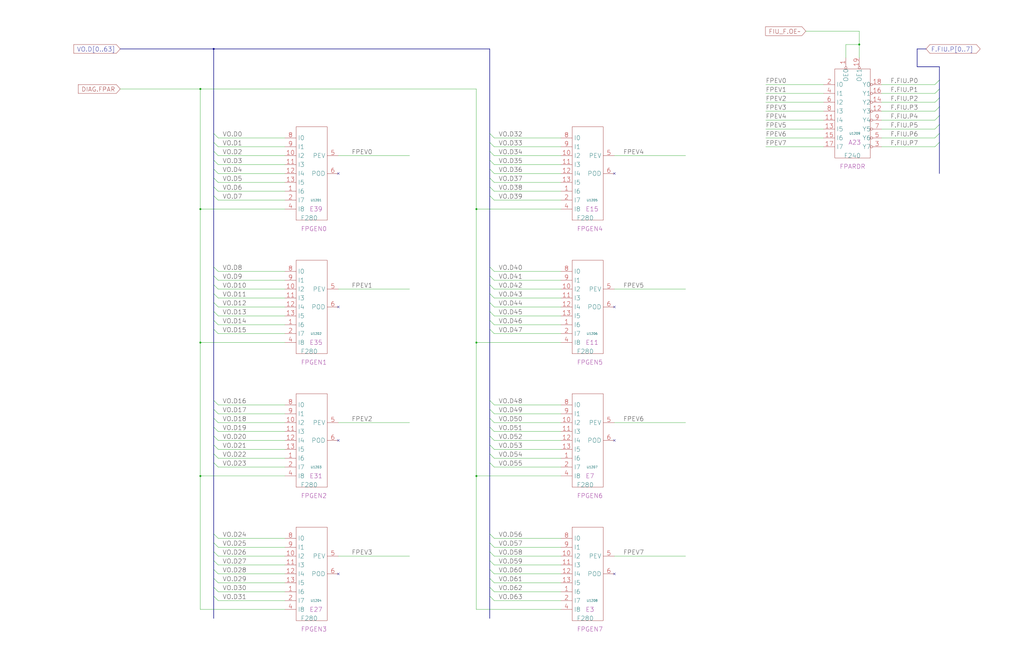
<source format=kicad_sch>
(kicad_sch (version 20250114) (generator "eeschema") (generator_version "9.0")
  (paper "User" 584.2 378.46)
  (title_block (title "FIU BUS PARITY GENERATOR") (date "20-MAR-90") (rev "1.0") (comment 1 "FIU") (comment 2 "232-003065") (comment 3 "S400") (comment 4 "RELEASED"))
  (lib_symbols
    (symbol "r1000:F240" (pin_names (offset 1.016))
      (property "Reference" "U" (at 2.54 5.08 0))
      (property "Value" "F240" (at -3.81 -7.62 0))
      (property "Location" "___" (at -1.27 0 0))
      (property "Name" "______" (at 1.27 -15.24 0))
      (symbol "F240_1_1"
        (rectangle (start -8.89 41.91) (end 11.43 -8.89))
        (circle (center -2.54 42.545) (radius 0.635))
        (circle (center 5.08 42.545) (radius 0.635))
        (circle (center 12.065 33.02) (radius 0.635))
        (circle (center 12.065 27.94) (radius 0.635))
        (circle (center 12.065 22.86) (radius 0.635))
        (circle (center 12.065 17.78) (radius 0.635))
        (circle (center 12.065 12.7) (radius 0.635))
        (circle (center 12.065 7.62) (radius 0.635))
        (circle (center 12.065 2.54) (radius 0.635))
        (circle (center 12.065 -2.54) (radius 0.635))
        (pin input line (at -15.24 33.02 0) (length 6.35) (name "I0") (number "2"))
        (pin input line (at -15.24 27.94 0) (length 6.35) (name "I1") (number "4"))
        (pin input line (at -15.24 22.86 0) (length 6.35) (name "I2") (number "6"))
        (pin input line (at -15.24 17.78 0) (length 6.35) (name "I3") (number "8"))
        (pin input line (at -15.24 12.7 0) (length 6.35) (name "I4") (number "11"))
        (pin input line (at -15.24 7.62 0) (length 6.35) (name "I5") (number "13"))
        (pin input line (at -15.24 2.54 0) (length 6.35) (name "I6") (number "15"))
        (pin input line (at -15.24 -2.54 0) (length 6.35) (name "I7") (number "17"))
        (pin input line (at -2.54 48.26 270) (length 5.08) (name "OE0") (number "1"))
        (pin input line (at 5.08 48.26 270) (length 5.08) (name "OE1") (number "19"))
        (pin tri_state line (at 17.78 33.02 180) (length 5.08) (name "Y0") (number "18"))
        (pin tri_state line (at 17.78 27.94 180) (length 5.08) (name "Y1") (number "16"))
        (pin tri_state line (at 17.78 22.86 180) (length 5.08) (name "Y2") (number "14"))
        (pin tri_state line (at 17.78 17.78 180) (length 5.08) (name "Y3") (number "12"))
        (pin tri_state line (at 17.78 12.7 180) (length 5.08) (name "Y4") (number "9"))
        (pin tri_state line (at 17.78 7.62 180) (length 5.08) (name "Y5") (number "7"))
        (pin tri_state line (at 17.78 2.54 180) (length 5.08) (name "Y6") (number "5"))
        (pin tri_state line (at 17.78 -2.54 180) (length 5.08) (name "Y7") (number "3"))
      )
    )
    (symbol "r1000:F280" (pin_names (offset 1.016))
      (property "Reference" "U" (at 2.54 5.08 0))
      (property "Value" "F280" (at -6.35 -5.08 0))
      (property "Location" "___" (at -1.27 0 0))
      (property "Name" "______" (at 1.27 -12.7 0))
      (symbol "F280_1_1"
        (rectangle (start -8.89 46.99) (end 8.89 -6.35))
        (pin input line (at -15.24 40.64 0) (length 6.35) (name "I0") (number "8"))
        (pin input line (at -15.24 35.56 0) (length 6.35) (name "I1") (number "9"))
        (pin input line (at -15.24 30.48 0) (length 6.35) (name "I2") (number "10"))
        (pin input line (at -15.24 25.4 0) (length 6.35) (name "I3") (number "11"))
        (pin input line (at -15.24 20.32 0) (length 6.35) (name "I4") (number "12"))
        (pin input line (at -15.24 15.24 0) (length 6.35) (name "I5") (number "13"))
        (pin input line (at -15.24 10.16 0) (length 6.35) (name "I6") (number "1"))
        (pin input line (at -15.24 5.08 0) (length 6.35) (name "I7") (number "2"))
        (pin input line (at -15.24 0 0) (length 6.35) (name "I8") (number "4"))
        (pin output line (at 15.24 30.48 180) (length 6.35) (name "PEV") (number "5"))
        (pin output line (at 15.24 20.32 180) (length 6.35) (name "POD") (number "6"))
      )
    )
  )
  (junction (at 271.78 271.78))
  (junction (at 114.3 195.58))
  (junction (at 271.78 119.38))
  (junction (at 114.3 119.38))
  (junction (at 271.78 195.58))
  (junction (at 490.22 25.4))
  (junction (at 114.3 271.78))
  (junction (at 114.3 50.8))
  (junction (at 121.92 27.94))
  (no_connect (at 193.04 99.06))
  (no_connect (at 193.04 327.66))
  (no_connect (at 193.04 251.46))
  (no_connect (at 350.52 327.66))
  (no_connect (at 350.52 251.46))
  (no_connect (at 193.04 175.26))
  (no_connect (at 350.52 99.06))
  (no_connect (at 350.52 175.26))
  (bus_entry (at 535.94 45.72) (size -2.54 2.54))
  (bus_entry (at 279.4 325.12) (size 2.54 2.54))
  (bus_entry (at 279.4 228.6) (size 2.54 2.54))
  (bus_entry (at 279.4 243.84) (size 2.54 2.54))
  (bus_entry (at 121.92 96.52) (size 2.54 2.54))
  (bus_entry (at 121.92 304.8) (size 2.54 2.54))
  (bus_entry (at 279.4 91.44) (size 2.54 2.54))
  (bus_entry (at 121.92 177.8) (size 2.54 2.54))
  (bus_entry (at 121.92 101.6) (size 2.54 2.54))
  (bus_entry (at 279.4 264.16) (size 2.54 2.54))
  (bus_entry (at 279.4 81.28) (size 2.54 2.54))
  (bus_entry (at 535.94 55.88) (size -2.54 2.54))
  (bus_entry (at 535.94 50.8) (size -2.54 2.54))
  (bus_entry (at 121.92 81.28) (size 2.54 2.54))
  (bus_entry (at 121.92 91.44) (size 2.54 2.54))
  (bus_entry (at 121.92 233.68) (size 2.54 2.54))
  (bus_entry (at 121.92 157.48) (size 2.54 2.54))
  (bus_entry (at 279.4 182.88) (size 2.54 2.54))
  (bus_entry (at 535.94 66.04) (size -2.54 2.54))
  (bus_entry (at 121.92 182.88) (size 2.54 2.54))
  (bus_entry (at 121.92 172.72) (size 2.54 2.54))
  (bus_entry (at 279.4 320.04) (size 2.54 2.54))
  (bus_entry (at 279.4 254) (size 2.54 2.54))
  (bus_entry (at 279.4 162.56) (size 2.54 2.54))
  (bus_entry (at 279.4 106.68) (size 2.54 2.54))
  (bus_entry (at 279.4 259.08) (size 2.54 2.54))
  (bus_entry (at 121.92 106.68) (size 2.54 2.54))
  (bus_entry (at 121.92 76.2) (size 2.54 2.54))
  (bus_entry (at 121.92 228.6) (size 2.54 2.54))
  (bus_entry (at 535.94 76.2) (size -2.54 2.54))
  (bus_entry (at 121.92 309.88) (size 2.54 2.54))
  (bus_entry (at 279.4 314.96) (size 2.54 2.54))
  (bus_entry (at 279.4 76.2) (size 2.54 2.54))
  (bus_entry (at 121.92 340.36) (size 2.54 2.54))
  (bus_entry (at 121.92 330.2) (size 2.54 2.54))
  (bus_entry (at 535.94 81.28) (size -2.54 2.54))
  (bus_entry (at 121.92 162.56) (size 2.54 2.54))
  (bus_entry (at 121.92 187.96) (size 2.54 2.54))
  (bus_entry (at 121.92 86.36) (size 2.54 2.54))
  (bus_entry (at 279.4 152.4) (size 2.54 2.54))
  (bus_entry (at 279.4 233.68) (size 2.54 2.54))
  (bus_entry (at 121.92 335.28) (size 2.54 2.54))
  (bus_entry (at 279.4 248.92) (size 2.54 2.54))
  (bus_entry (at 279.4 86.36) (size 2.54 2.54))
  (bus_entry (at 279.4 111.76) (size 2.54 2.54))
  (bus_entry (at 121.92 243.84) (size 2.54 2.54))
  (bus_entry (at 121.92 259.08) (size 2.54 2.54))
  (bus_entry (at 279.4 238.76) (size 2.54 2.54))
  (bus_entry (at 121.92 314.96) (size 2.54 2.54))
  (bus_entry (at 279.4 177.8) (size 2.54 2.54))
  (bus_entry (at 279.4 157.48) (size 2.54 2.54))
  (bus_entry (at 121.92 248.92) (size 2.54 2.54))
  (bus_entry (at 121.92 167.64) (size 2.54 2.54))
  (bus_entry (at 279.4 330.2) (size 2.54 2.54))
  (bus_entry (at 121.92 238.76) (size 2.54 2.54))
  (bus_entry (at 121.92 264.16) (size 2.54 2.54))
  (bus_entry (at 535.94 60.96) (size -2.54 2.54))
  (bus_entry (at 279.4 335.28) (size 2.54 2.54))
  (bus_entry (at 121.92 320.04) (size 2.54 2.54))
  (bus_entry (at 279.4 304.8) (size 2.54 2.54))
  (bus_entry (at 279.4 101.6) (size 2.54 2.54))
  (bus_entry (at 279.4 340.36) (size 2.54 2.54))
  (bus_entry (at 121.92 152.4) (size 2.54 2.54))
  (bus_entry (at 279.4 187.96) (size 2.54 2.54))
  (bus_entry (at 121.92 111.76) (size 2.54 2.54))
  (bus_entry (at 121.92 254) (size 2.54 2.54))
  (bus_entry (at 279.4 96.52) (size 2.54 2.54))
  (bus_entry (at 279.4 172.72) (size 2.54 2.54))
  (bus_entry (at 279.4 309.88) (size 2.54 2.54))
  (bus_entry (at 121.92 325.12) (size 2.54 2.54))
  (bus_entry (at 535.94 71.12) (size -2.54 2.54))
  (bus_entry (at 279.4 167.64) (size 2.54 2.54))
  (wire (pts (xy 281.94 185.42) (xy 320.04 185.42)))
  (bus (pts (xy 121.92 254) (xy 121.92 259.08)))
  (wire (pts (xy 281.94 312.42) (xy 320.04 312.42)))
  (wire (pts (xy 281.94 180.34) (xy 320.04 180.34)))
  (bus (pts (xy 121.92 101.6) (xy 121.92 106.68)))
  (bus (pts (xy 279.4 167.64) (xy 279.4 172.72)))
  (wire (pts (xy 281.94 342.9) (xy 320.04 342.9)))
  (bus (pts (xy 535.94 66.04) (xy 535.94 71.12)))
  (bus (pts (xy 279.4 172.72) (xy 279.4 177.8)))
  (wire (pts (xy 124.46 322.58) (xy 162.56 322.58)))
  (wire (pts (xy 436.88 68.58) (xy 469.9 68.58)))
  (wire (pts (xy 124.46 170.18) (xy 162.56 170.18)))
  (bus (pts (xy 535.94 81.28) (xy 535.94 99.06)))
  (wire (pts (xy 114.3 119.38) (xy 114.3 195.58)))
  (bus (pts (xy 279.4 27.94) (xy 121.92 27.94)))
  (bus (pts (xy 121.92 172.72) (xy 121.92 177.8)))
  (wire (pts (xy 271.78 195.58) (xy 320.04 195.58)))
  (bus (pts (xy 279.4 264.16) (xy 279.4 304.8)))
  (wire (pts (xy 124.46 78.74) (xy 162.56 78.74)))
  (wire (pts (xy 271.78 195.58) (xy 271.78 271.78)))
  (wire (pts (xy 281.94 261.62) (xy 320.04 261.62)))
  (wire (pts (xy 124.46 261.62) (xy 162.56 261.62)))
  (wire (pts (xy 350.52 317.5) (xy 391.16 317.5)))
  (bus (pts (xy 523.24 38.1) (xy 523.24 27.94)))
  (wire (pts (xy 436.88 83.82) (xy 469.9 83.82)))
  (wire (pts (xy 281.94 175.26) (xy 320.04 175.26)))
  (bus (pts (xy 121.92 248.92) (xy 121.92 254)))
  (wire (pts (xy 490.22 33.02) (xy 490.22 25.4)))
  (wire (pts (xy 281.94 251.46) (xy 320.04 251.46)))
  (wire (pts (xy 490.22 17.78) (xy 459.74 17.78)))
  (wire (pts (xy 482.6 25.4) (xy 490.22 25.4)))
  (wire (pts (xy 193.04 241.3) (xy 233.68 241.3)))
  (wire (pts (xy 281.94 241.3) (xy 320.04 241.3)))
  (bus (pts (xy 523.24 27.94) (xy 528.32 27.94)))
  (bus (pts (xy 121.92 27.94) (xy 121.92 76.2)))
  (wire (pts (xy 281.94 154.94) (xy 320.04 154.94)))
  (wire (pts (xy 502.92 58.42) (xy 533.4 58.42)))
  (bus (pts (xy 535.94 60.96) (xy 535.94 66.04)))
  (bus (pts (xy 279.4 335.28) (xy 279.4 340.36)))
  (wire (pts (xy 124.46 327.66) (xy 162.56 327.66)))
  (bus (pts (xy 121.92 304.8) (xy 121.92 309.88)))
  (wire (pts (xy 124.46 246.38) (xy 162.56 246.38)))
  (bus (pts (xy 279.4 106.68) (xy 279.4 111.76)))
  (bus (pts (xy 279.4 101.6) (xy 279.4 106.68)))
  (wire (pts (xy 124.46 332.74) (xy 162.56 332.74)))
  (bus (pts (xy 121.92 162.56) (xy 121.92 167.64)))
  (wire (pts (xy 124.46 342.9) (xy 162.56 342.9)))
  (wire (pts (xy 124.46 160.02) (xy 162.56 160.02)))
  (wire (pts (xy 281.94 307.34) (xy 320.04 307.34)))
  (wire (pts (xy 114.3 271.78) (xy 114.3 347.98)))
  (wire (pts (xy 436.88 63.5) (xy 469.9 63.5)))
  (wire (pts (xy 436.88 48.26) (xy 469.9 48.26)))
  (bus (pts (xy 279.4 340.36) (xy 279.4 353.06)))
  (wire (pts (xy 436.88 53.34) (xy 469.9 53.34)))
  (bus (pts (xy 121.92 259.08) (xy 121.92 264.16)))
  (wire (pts (xy 114.3 347.98) (xy 162.56 347.98)))
  (bus (pts (xy 121.92 233.68) (xy 121.92 238.76)))
  (bus (pts (xy 279.4 76.2) (xy 279.4 81.28)))
  (bus (pts (xy 279.4 243.84) (xy 279.4 248.92)))
  (wire (pts (xy 281.94 104.14) (xy 320.04 104.14)))
  (bus (pts (xy 535.94 50.8) (xy 535.94 55.88)))
  (bus (pts (xy 121.92 86.36) (xy 121.92 91.44)))
  (wire (pts (xy 193.04 165.1) (xy 233.68 165.1)))
  (bus (pts (xy 535.94 38.1) (xy 523.24 38.1)))
  (bus (pts (xy 535.94 45.72) (xy 535.94 50.8)))
  (wire (pts (xy 502.92 73.66) (xy 533.4 73.66)))
  (bus (pts (xy 279.4 304.8) (xy 279.4 309.88)))
  (wire (pts (xy 124.46 165.1) (xy 162.56 165.1)))
  (wire (pts (xy 281.94 231.14) (xy 320.04 231.14)))
  (wire (pts (xy 502.92 53.34) (xy 533.4 53.34)))
  (wire (pts (xy 281.94 88.9) (xy 320.04 88.9)))
  (wire (pts (xy 114.3 271.78) (xy 162.56 271.78)))
  (bus (pts (xy 279.4 254) (xy 279.4 259.08)))
  (wire (pts (xy 281.94 170.18) (xy 320.04 170.18)))
  (wire (pts (xy 350.52 241.3) (xy 391.16 241.3)))
  (wire (pts (xy 114.3 50.8) (xy 114.3 119.38)))
  (wire (pts (xy 436.88 78.74) (xy 469.9 78.74)))
  (wire (pts (xy 124.46 104.14) (xy 162.56 104.14)))
  (wire (pts (xy 271.78 347.98) (xy 320.04 347.98)))
  (wire (pts (xy 281.94 83.82) (xy 320.04 83.82)))
  (bus (pts (xy 279.4 330.2) (xy 279.4 335.28)))
  (wire (pts (xy 502.92 83.82) (xy 533.4 83.82)))
  (wire (pts (xy 193.04 88.9) (xy 233.68 88.9)))
  (wire (pts (xy 482.6 33.02) (xy 482.6 25.4)))
  (wire (pts (xy 281.94 190.5) (xy 320.04 190.5)))
  (bus (pts (xy 121.92 238.76) (xy 121.92 243.84)))
  (wire (pts (xy 281.94 332.74) (xy 320.04 332.74)))
  (bus (pts (xy 279.4 182.88) (xy 279.4 187.96)))
  (wire (pts (xy 350.52 88.9) (xy 391.16 88.9)))
  (bus (pts (xy 121.92 182.88) (xy 121.92 187.96)))
  (wire (pts (xy 124.46 312.42) (xy 162.56 312.42)))
  (bus (pts (xy 121.92 106.68) (xy 121.92 111.76)))
  (wire (pts (xy 281.94 246.38) (xy 320.04 246.38)))
  (bus (pts (xy 279.4 233.68) (xy 279.4 238.76)))
  (wire (pts (xy 124.46 185.42) (xy 162.56 185.42)))
  (bus (pts (xy 279.4 91.44) (xy 279.4 96.52)))
  (wire (pts (xy 124.46 256.54) (xy 162.56 256.54)))
  (wire (pts (xy 281.94 236.22) (xy 320.04 236.22)))
  (bus (pts (xy 279.4 228.6) (xy 279.4 233.68)))
  (wire (pts (xy 124.46 175.26) (xy 162.56 175.26)))
  (bus (pts (xy 121.92 76.2) (xy 121.92 81.28)))
  (bus (pts (xy 121.92 325.12) (xy 121.92 330.2)))
  (bus (pts (xy 279.4 187.96) (xy 279.4 228.6)))
  (bus (pts (xy 121.92 264.16) (xy 121.92 304.8)))
  (bus (pts (xy 279.4 86.36) (xy 279.4 91.44)))
  (wire (pts (xy 124.46 88.9) (xy 162.56 88.9)))
  (bus (pts (xy 535.94 38.1) (xy 535.94 45.72)))
  (wire (pts (xy 124.46 231.14) (xy 162.56 231.14)))
  (wire (pts (xy 281.94 256.54) (xy 320.04 256.54)))
  (bus (pts (xy 279.4 157.48) (xy 279.4 162.56)))
  (wire (pts (xy 124.46 337.82) (xy 162.56 337.82)))
  (wire (pts (xy 124.46 251.46) (xy 162.56 251.46)))
  (wire (pts (xy 124.46 241.3) (xy 162.56 241.3)))
  (wire (pts (xy 124.46 266.7) (xy 162.56 266.7)))
  (bus (pts (xy 121.92 335.28) (xy 121.92 340.36)))
  (wire (pts (xy 68.58 50.8) (xy 114.3 50.8)))
  (bus (pts (xy 279.4 238.76) (xy 279.4 243.84)))
  (wire (pts (xy 271.78 119.38) (xy 271.78 195.58)))
  (bus (pts (xy 121.92 330.2) (xy 121.92 335.28)))
  (bus (pts (xy 121.92 314.96) (xy 121.92 320.04)))
  (bus (pts (xy 121.92 152.4) (xy 121.92 157.48)))
  (bus (pts (xy 279.4 314.96) (xy 279.4 320.04)))
  (wire (pts (xy 436.88 73.66) (xy 469.9 73.66)))
  (wire (pts (xy 436.88 58.42) (xy 469.9 58.42)))
  (bus (pts (xy 279.4 325.12) (xy 279.4 330.2)))
  (bus (pts (xy 121.92 340.36) (xy 121.92 353.06)))
  (wire (pts (xy 193.04 317.5) (xy 233.68 317.5)))
  (bus (pts (xy 535.94 71.12) (xy 535.94 76.2)))
  (wire (pts (xy 281.94 327.66) (xy 320.04 327.66)))
  (wire (pts (xy 281.94 165.1) (xy 320.04 165.1)))
  (bus (pts (xy 279.4 177.8) (xy 279.4 182.88)))
  (wire (pts (xy 124.46 114.3) (xy 162.56 114.3)))
  (wire (pts (xy 502.92 63.5) (xy 533.4 63.5)))
  (wire (pts (xy 271.78 50.8) (xy 271.78 119.38)))
  (bus (pts (xy 279.4 27.94) (xy 279.4 76.2)))
  (bus (pts (xy 279.4 162.56) (xy 279.4 167.64)))
  (bus (pts (xy 121.92 157.48) (xy 121.92 162.56)))
  (bus (pts (xy 279.4 309.88) (xy 279.4 314.96)))
  (bus (pts (xy 121.92 243.84) (xy 121.92 248.92)))
  (bus (pts (xy 279.4 248.92) (xy 279.4 254)))
  (bus (pts (xy 279.4 152.4) (xy 279.4 157.48)))
  (bus (pts (xy 279.4 81.28) (xy 279.4 86.36)))
  (bus (pts (xy 121.92 96.52) (xy 121.92 101.6)))
  (bus (pts (xy 121.92 177.8) (xy 121.92 182.88)))
  (wire (pts (xy 124.46 317.5) (xy 162.56 317.5)))
  (wire (pts (xy 281.94 266.7) (xy 320.04 266.7)))
  (wire (pts (xy 124.46 190.5) (xy 162.56 190.5)))
  (wire (pts (xy 124.46 307.34) (xy 162.56 307.34)))
  (wire (pts (xy 124.46 109.22) (xy 162.56 109.22)))
  (wire (pts (xy 281.94 78.74) (xy 320.04 78.74)))
  (wire (pts (xy 502.92 78.74) (xy 533.4 78.74)))
  (bus (pts (xy 279.4 111.76) (xy 279.4 152.4)))
  (wire (pts (xy 281.94 317.5) (xy 320.04 317.5)))
  (bus (pts (xy 121.92 111.76) (xy 121.92 152.4)))
  (bus (pts (xy 121.92 309.88) (xy 121.92 314.96)))
  (bus (pts (xy 279.4 259.08) (xy 279.4 264.16)))
  (wire (pts (xy 281.94 337.82) (xy 320.04 337.82)))
  (wire (pts (xy 114.3 119.38) (xy 162.56 119.38)))
  (wire (pts (xy 281.94 160.02) (xy 320.04 160.02)))
  (wire (pts (xy 281.94 99.06) (xy 320.04 99.06)))
  (bus (pts (xy 121.92 167.64) (xy 121.92 172.72)))
  (wire (pts (xy 281.94 93.98) (xy 320.04 93.98)))
  (bus (pts (xy 121.92 320.04) (xy 121.92 325.12)))
  (bus (pts (xy 121.92 81.28) (xy 121.92 86.36)))
  (bus (pts (xy 279.4 96.52) (xy 279.4 101.6)))
  (wire (pts (xy 114.3 195.58) (xy 114.3 271.78)))
  (wire (pts (xy 124.46 99.06) (xy 162.56 99.06)))
  (wire (pts (xy 271.78 119.38) (xy 320.04 119.38)))
  (bus (pts (xy 68.58 27.94) (xy 121.92 27.94)))
  (wire (pts (xy 124.46 83.82) (xy 162.56 83.82)))
  (wire (pts (xy 502.92 48.26) (xy 533.4 48.26)))
  (wire (pts (xy 271.78 271.78) (xy 320.04 271.78)))
  (wire (pts (xy 281.94 322.58) (xy 320.04 322.58)))
  (bus (pts (xy 279.4 320.04) (xy 279.4 325.12)))
  (wire (pts (xy 281.94 109.22) (xy 320.04 109.22)))
  (wire (pts (xy 124.46 236.22) (xy 162.56 236.22)))
  (wire (pts (xy 271.78 271.78) (xy 271.78 347.98)))
  (wire (pts (xy 124.46 93.98) (xy 162.56 93.98)))
  (wire (pts (xy 350.52 165.1) (xy 391.16 165.1)))
  (bus (pts (xy 121.92 91.44) (xy 121.92 96.52)))
  (wire (pts (xy 490.22 25.4) (xy 490.22 17.78)))
  (wire (pts (xy 114.3 195.58) (xy 162.56 195.58)))
  (wire (pts (xy 124.46 154.94) (xy 162.56 154.94)))
  (bus (pts (xy 121.92 228.6) (xy 121.92 233.68)))
  (bus (pts (xy 535.94 55.88) (xy 535.94 60.96)))
  (bus (pts (xy 535.94 76.2) (xy 535.94 81.28)))
  (wire (pts (xy 502.92 68.58) (xy 533.4 68.58)))
  (wire (pts (xy 124.46 180.34) (xy 162.56 180.34)))
  (wire (pts (xy 114.3 50.8) (xy 271.78 50.8)))
  (wire (pts (xy 281.94 114.3) (xy 320.04 114.3)))
  (bus (pts (xy 121.92 187.96) (xy 121.92 228.6)))
  (label "VO.D22" (at 127 261.62 0) (effects (font (size 2.54 2.54))))
  (label "VO.D51" (at 284.48 246.38 0) (effects (font (size 2.54 2.54))))
  (label "VO.D58" (at 284.48 317.5 0) (effects (font (size 2.54 2.54))))
  (label "FPEV1" (at 200.66 165.1 0) (effects (font (size 2.54 2.54))))
  (label "FPEV4" (at 355.6 88.9 0) (effects (font (size 2.54 2.54))))
  (label "VO.D18" (at 127 241.3 0) (effects (font (size 2.54 2.54))))
  (label "VO.D13" (at 127 180.34 0) (effects (font (size 2.54 2.54))))
  (label "VO.D48" (at 284.48 231.14 0) (effects (font (size 2.54 2.54))))
  (label "VO.D24" (at 127 307.34 0) (effects (font (size 2.54 2.54))))
  (label "VO.D8" (at 127 154.94 0) (effects (font (size 2.54 2.54))))
  (label "VO.D1" (at 127 83.82 0) (effects (font (size 2.54 2.54))))
  (label "FPEV1" (at 436.88 53.34 0) (effects (font (size 2.54 2.54))))
  (label "VO.D46" (at 284.48 185.42 0) (effects (font (size 2.54 2.54))))
  (label "VO.D50" (at 284.48 241.3 0) (effects (font (size 2.54 2.54))))
  (label "FPEV2" (at 200.66 241.3 0) (effects (font (size 2.54 2.54))))
  (label "VO.D40" (at 284.48 154.94 0) (effects (font (size 2.54 2.54))))
  (label "VO.D6" (at 127 109.22 0) (effects (font (size 2.54 2.54))))
  (label "VO.D34" (at 284.48 88.9 0) (effects (font (size 2.54 2.54))))
  (label "FPEV5" (at 436.88 73.66 0) (effects (font (size 2.54 2.54))))
  (label "VO.D15" (at 127 190.5 0) (effects (font (size 2.54 2.54))))
  (label "VO.D23" (at 127 266.7 0) (effects (font (size 2.54 2.54))))
  (label "VO.D16" (at 127 231.14 0) (effects (font (size 2.54 2.54))))
  (label "VO.D45" (at 284.48 180.34 0) (effects (font (size 2.54 2.54))))
  (label "VO.D2" (at 127 88.9 0) (effects (font (size 2.54 2.54))))
  (label "VO.D37" (at 284.48 104.14 0) (effects (font (size 2.54 2.54))))
  (label "FPEV6" (at 355.6 241.3 0) (effects (font (size 2.54 2.54))))
  (label "FPEV0" (at 436.88 48.26 0) (effects (font (size 2.54 2.54))))
  (label "FPEV7" (at 355.6 317.5 0) (effects (font (size 2.54 2.54))))
  (label "VO.D4" (at 127 99.06 0) (effects (font (size 2.54 2.54))))
  (label "F.FIU.P5" (at 508 73.66 0) (effects (font (size 2.54 2.54))))
  (label "VO.D26" (at 127 317.5 0) (effects (font (size 2.54 2.54))))
  (label "F.FIU.P7" (at 508 83.82 0) (effects (font (size 2.54 2.54))))
  (label "FPEV7" (at 436.88 83.82 0) (effects (font (size 2.54 2.54))))
  (label "VO.D54" (at 284.48 261.62 0) (effects (font (size 2.54 2.54))))
  (label "VO.D30" (at 127 337.82 0) (effects (font (size 2.54 2.54))))
  (label "VO.D55" (at 284.48 266.7 0) (effects (font (size 2.54 2.54))))
  (label "VO.D32" (at 284.48 78.74 0) (effects (font (size 2.54 2.54))))
  (label "VO.D35" (at 284.48 93.98 0) (effects (font (size 2.54 2.54))))
  (label "VO.D47" (at 284.48 190.5 0) (effects (font (size 2.54 2.54))))
  (label "FPEV4" (at 436.88 68.58 0) (effects (font (size 2.54 2.54))))
  (label "VO.D27" (at 127 322.58 0) (effects (font (size 2.54 2.54))))
  (label "VO.D59" (at 284.48 322.58 0) (effects (font (size 2.54 2.54))))
  (label "VO.D7" (at 127 114.3 0) (effects (font (size 2.54 2.54))))
  (label "VO.D10" (at 127 165.1 0) (effects (font (size 2.54 2.54))))
  (label "VO.D38" (at 284.48 109.22 0) (effects (font (size 2.54 2.54))))
  (label "VO.D29" (at 127 332.74 0) (effects (font (size 2.54 2.54))))
  (label "VO.D49" (at 284.48 236.22 0) (effects (font (size 2.54 2.54))))
  (label "VO.D36" (at 284.48 99.06 0) (effects (font (size 2.54 2.54))))
  (label "VO.D52" (at 284.48 251.46 0) (effects (font (size 2.54 2.54))))
  (label "FPEV6" (at 436.88 78.74 0) (effects (font (size 2.54 2.54))))
  (label "VO.D43" (at 284.48 170.18 0) (effects (font (size 2.54 2.54))))
  (label "VO.D39" (at 284.48 114.3 0) (effects (font (size 2.54 2.54))))
  (label "VO.D25" (at 127 312.42 0) (effects (font (size 2.54 2.54))))
  (label "VO.D21" (at 127 256.54 0) (effects (font (size 2.54 2.54))))
  (label "VO.D0" (at 127 78.74 0) (effects (font (size 2.54 2.54))))
  (label "VO.D56" (at 284.48 307.34 0) (effects (font (size 2.54 2.54))))
  (label "VO.D20" (at 127 251.46 0) (effects (font (size 2.54 2.54))))
  (label "VO.D17" (at 127 236.22 0) (effects (font (size 2.54 2.54))))
  (label "VO.D61" (at 284.48 332.74 0) (effects (font (size 2.54 2.54))))
  (label "VO.D44" (at 284.48 175.26 0) (effects (font (size 2.54 2.54))))
  (label "VO.D57" (at 284.48 312.42 0) (effects (font (size 2.54 2.54))))
  (label "FPEV2" (at 436.88 58.42 0) (effects (font (size 2.54 2.54))))
  (label "VO.D63" (at 284.48 342.9 0) (effects (font (size 2.54 2.54))))
  (label "VO.D33" (at 284.48 83.82 0) (effects (font (size 2.54 2.54))))
  (label "FPEV3" (at 436.88 63.5 0) (effects (font (size 2.54 2.54))))
  (label "VO.D9" (at 127 160.02 0) (effects (font (size 2.54 2.54))))
  (label "VO.D11" (at 127 170.18 0) (effects (font (size 2.54 2.54))))
  (label "F.FIU.P1" (at 508 53.34 0) (effects (font (size 2.54 2.54))))
  (label "VO.D5" (at 127 104.14 0) (effects (font (size 2.54 2.54))))
  (label "VO.D28" (at 127 327.66 0) (effects (font (size 2.54 2.54))))
  (label "F.FIU.P3" (at 508 63.5 0) (effects (font (size 2.54 2.54))))
  (label "VO.D12" (at 127 175.26 0) (effects (font (size 2.54 2.54))))
  (label "VO.D53" (at 284.48 256.54 0) (effects (font (size 2.54 2.54))))
  (label "VO.D62" (at 284.48 337.82 0) (effects (font (size 2.54 2.54))))
  (label "F.FIU.P2" (at 508 58.42 0) (effects (font (size 2.54 2.54))))
  (label "VO.D31" (at 127 342.9 0) (effects (font (size 2.54 2.54))))
  (label "F.FIU.P0" (at 508 48.26 0) (effects (font (size 2.54 2.54))))
  (label "VO.D3" (at 127 93.98 0) (effects (font (size 2.54 2.54))))
  (label "VO.D42" (at 284.48 165.1 0) (effects (font (size 2.54 2.54))))
  (label "VO.D19" (at 127 246.38 0) (effects (font (size 2.54 2.54))))
  (label "VO.D14" (at 127 185.42 0) (effects (font (size 2.54 2.54))))
  (label "FPEV5" (at 355.6 165.1 0) (effects (font (size 2.54 2.54))))
  (label "FPEV0" (at 200.66 88.9 0) (effects (font (size 2.54 2.54))))
  (label "VO.D60" (at 284.48 327.66 0) (effects (font (size 2.54 2.54))))
  (label "FPEV3" (at 200.66 317.5 0) (effects (font (size 2.54 2.54))))
  (label "F.FIU.P4" (at 508 68.58 0) (effects (font (size 2.54 2.54))))
  (label "VO.D41" (at 284.48 160.02 0) (effects (font (size 2.54 2.54))))
  (label "F.FIU.P6" (at 508 78.74 0) (effects (font (size 2.54 2.54))))
  (global_label "DIAG.FPAR" (shape input) (at 68.58 50.8 180) (effects (font (size 2.54 2.54))) (property "Intersheetrefs" "${INTERSHEET_REFS}" (at 44.6435 50.6413 0) (effects (font (size 1.905 1.905)) (justify right))))
  (global_label "F.FIU.P[0..7]" (shape bidirectional) (at 528.32 27.94 0) (effects (font (size 2.54 2.54))) (property "Intersheetrefs" "${INTERSHEET_REFS}" (at 556.9736 27.7813 0) (effects (font (size 1.905 1.905)) (justify left))))
  (global_label "VO.D[0..63]" (shape input) (at 68.58 27.94 180) (effects (font (size 2.54 2.54))) (property "Intersheetrefs" "${INTERSHEET_REFS}" (at 42.1035 27.7813 0) (effects (font (size 1.905 1.905)) (justify right))))
  (global_label "FIU_F.OE~" (shape input) (at 459.74 17.78 180) (effects (font (size 2.54 2.54))) (property "Intersheetrefs" "${INTERSHEET_REFS}" (at 436.7711 17.6213 0) (effects (font (size 1.905 1.905)) (justify right))))
  (symbol (lib_id "r1000:F240") (at 485.14 81.28 0) (unit 1)
    (property "Reference" "U1209" (at 487.68 76.2 0))
    (property "Value" "F240" (at 481.33 88.9 0) (effects (font (size 2.54 2.54)) (justify left)))
    (property "Location" "A23" (at 483.87 81.28 0) (effects (font (size 2.54 2.54)) (justify left)))
    (property "Name" "FPARDR" (at 486.41 96.52 0) (effects (font (size 2.54 2.54)) (justify bottom)))
  )
  (symbol (lib_id "r1000:F280") (at 335.28 271.78 0) (unit 1)
    (property "Reference" "U1207" (at 337.82 266.7 0))
    (property "Value" "F280" (at 328.93 276.86 0) (effects (font (size 2.54 2.54)) (justify left)))
    (property "Location" "E7" (at 334.01 271.78 0) (effects (font (size 2.54 2.54)) (justify left)))
    (property "Name" "FPGEN6" (at 336.55 284.48 0) (effects (font (size 2.54 2.54)) (justify bottom)))
  )
  (symbol (lib_id "r1000:F280") (at 335.28 119.38 0) (unit 1)
    (property "Reference" "U1205" (at 337.82 114.3 0))
    (property "Value" "F280" (at 328.93 124.46 0) (effects (font (size 2.54 2.54)) (justify left)))
    (property "Location" "E15" (at 334.01 119.38 0) (effects (font (size 2.54 2.54)) (justify left)))
    (property "Name" "FPGEN4" (at 336.55 132.08 0) (effects (font (size 2.54 2.54)) (justify bottom)))
  )
  (symbol (lib_id "r1000:F280") (at 335.28 195.58 0) (unit 1)
    (property "Reference" "U1206" (at 337.82 190.5 0))
    (property "Value" "F280" (at 328.93 200.66 0) (effects (font (size 2.54 2.54)) (justify left)))
    (property "Location" "E11" (at 334.01 195.58 0) (effects (font (size 2.54 2.54)) (justify left)))
    (property "Name" "FPGEN5" (at 336.55 208.28 0) (effects (font (size 2.54 2.54)) (justify bottom)))
  )
  (symbol (lib_id "r1000:F280") (at 335.28 347.98 0) (unit 1)
    (property "Reference" "U1208" (at 337.82 342.9 0))
    (property "Value" "F280" (at 328.93 353.06 0) (effects (font (size 2.54 2.54)) (justify left)))
    (property "Location" "E3" (at 334.01 347.98 0) (effects (font (size 2.54 2.54)) (justify left)))
    (property "Name" "FPGEN7" (at 336.55 360.68 0) (effects (font (size 2.54 2.54)) (justify bottom)))
  )
  (symbol (lib_id "r1000:F280") (at 177.8 195.58 0) (unit 1)
    (property "Reference" "U1202" (at 180.34 190.5 0))
    (property "Value" "F280" (at 171.45 200.66 0) (effects (font (size 2.54 2.54)) (justify left)))
    (property "Location" "E35" (at 176.53 195.58 0) (effects (font (size 2.54 2.54)) (justify left)))
    (property "Name" "FPGEN1" (at 179.07 208.28 0) (effects (font (size 2.54 2.54)) (justify bottom)))
  )
  (symbol (lib_id "r1000:F280") (at 177.8 119.38 0) (unit 1)
    (property "Reference" "U1201" (at 180.34 114.3 0))
    (property "Value" "F280" (at 171.45 124.46 0) (effects (font (size 2.54 2.54)) (justify left)))
    (property "Location" "E39" (at 176.53 119.38 0) (effects (font (size 2.54 2.54)) (justify left)))
    (property "Name" "FPGEN0" (at 179.07 132.08 0) (effects (font (size 2.54 2.54)) (justify bottom)))
  )
  (symbol (lib_id "r1000:F280") (at 177.8 271.78 0) (unit 1)
    (property "Reference" "U1203" (at 180.34 266.7 0))
    (property "Value" "F280" (at 171.45 276.86 0) (effects (font (size 2.54 2.54)) (justify left)))
    (property "Location" "E31" (at 176.53 271.78 0) (effects (font (size 2.54 2.54)) (justify left)))
    (property "Name" "FPGEN2" (at 179.07 284.48 0) (effects (font (size 2.54 2.54)) (justify bottom)))
  )
  (symbol (lib_id "r1000:F280") (at 177.8 347.98 0) (unit 1)
    (property "Reference" "U1204" (at 180.34 342.9 0))
    (property "Value" "F280" (at 171.45 353.06 0) (effects (font (size 2.54 2.54)) (justify left)))
    (property "Location" "E27" (at 176.53 347.98 0) (effects (font (size 2.54 2.54)) (justify left)))
    (property "Name" "FPGEN3" (at 179.07 360.68 0) (effects (font (size 2.54 2.54)) (justify bottom)))
  )
)
</source>
